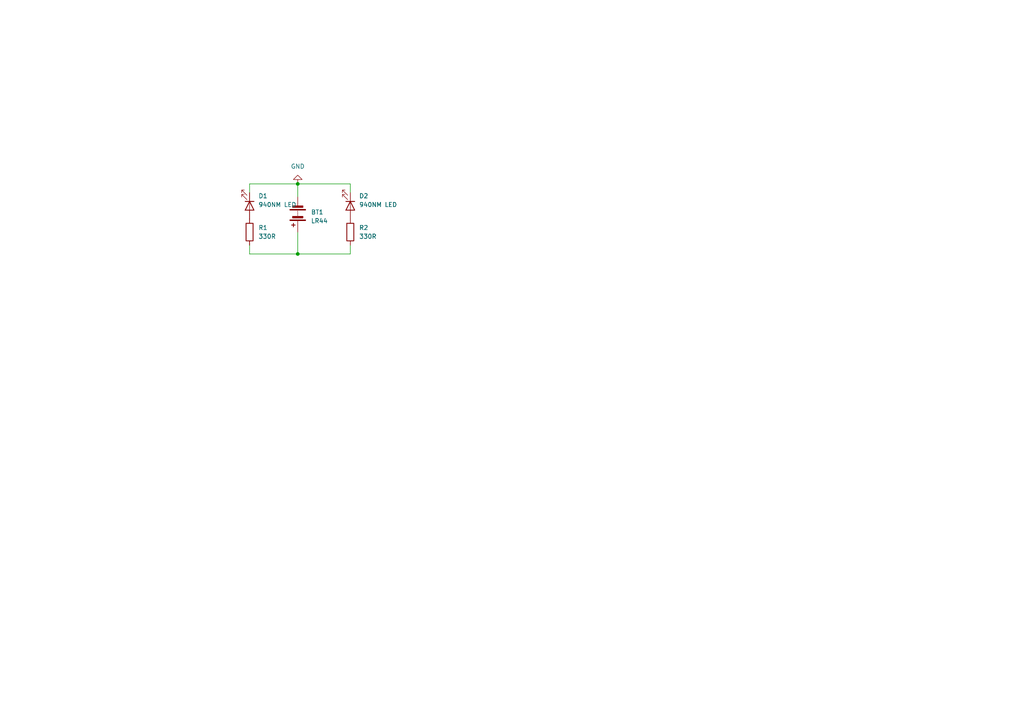
<source format=kicad_sch>
(kicad_sch
	(version 20231120)
	(generator "eeschema")
	(generator_version "8.0")
	(uuid "80db0ab2-cafe-41cc-b4e7-1509694cac8d")
	(paper "A4")
	(lib_symbols
		(symbol "Device:Battery"
			(pin_numbers hide)
			(pin_names
				(offset 0) hide)
			(exclude_from_sim no)
			(in_bom yes)
			(on_board yes)
			(property "Reference" "BT"
				(at 2.54 2.54 0)
				(effects
					(font
						(size 1.27 1.27)
					)
					(justify left)
				)
			)
			(property "Value" "Battery"
				(at 2.54 0 0)
				(effects
					(font
						(size 1.27 1.27)
					)
					(justify left)
				)
			)
			(property "Footprint" ""
				(at 0 1.524 90)
				(effects
					(font
						(size 1.27 1.27)
					)
					(hide yes)
				)
			)
			(property "Datasheet" "~"
				(at 0 1.524 90)
				(effects
					(font
						(size 1.27 1.27)
					)
					(hide yes)
				)
			)
			(property "Description" "Multiple-cell battery"
				(at 0 0 0)
				(effects
					(font
						(size 1.27 1.27)
					)
					(hide yes)
				)
			)
			(property "ki_keywords" "batt voltage-source cell"
				(at 0 0 0)
				(effects
					(font
						(size 1.27 1.27)
					)
					(hide yes)
				)
			)
			(symbol "Battery_0_1"
				(rectangle
					(start -2.286 -1.27)
					(end 2.286 -1.524)
					(stroke
						(width 0)
						(type default)
					)
					(fill
						(type outline)
					)
				)
				(rectangle
					(start -2.286 1.778)
					(end 2.286 1.524)
					(stroke
						(width 0)
						(type default)
					)
					(fill
						(type outline)
					)
				)
				(rectangle
					(start -1.524 -2.032)
					(end 1.524 -2.54)
					(stroke
						(width 0)
						(type default)
					)
					(fill
						(type outline)
					)
				)
				(rectangle
					(start -1.524 1.016)
					(end 1.524 0.508)
					(stroke
						(width 0)
						(type default)
					)
					(fill
						(type outline)
					)
				)
				(polyline
					(pts
						(xy 0 -1.016) (xy 0 -0.762)
					)
					(stroke
						(width 0)
						(type default)
					)
					(fill
						(type none)
					)
				)
				(polyline
					(pts
						(xy 0 -0.508) (xy 0 -0.254)
					)
					(stroke
						(width 0)
						(type default)
					)
					(fill
						(type none)
					)
				)
				(polyline
					(pts
						(xy 0 0) (xy 0 0.254)
					)
					(stroke
						(width 0)
						(type default)
					)
					(fill
						(type none)
					)
				)
				(polyline
					(pts
						(xy 0 1.778) (xy 0 2.54)
					)
					(stroke
						(width 0)
						(type default)
					)
					(fill
						(type none)
					)
				)
				(polyline
					(pts
						(xy 0.762 3.048) (xy 1.778 3.048)
					)
					(stroke
						(width 0.254)
						(type default)
					)
					(fill
						(type none)
					)
				)
				(polyline
					(pts
						(xy 1.27 3.556) (xy 1.27 2.54)
					)
					(stroke
						(width 0.254)
						(type default)
					)
					(fill
						(type none)
					)
				)
			)
			(symbol "Battery_1_1"
				(pin passive line
					(at 0 5.08 270)
					(length 2.54)
					(name "+"
						(effects
							(font
								(size 1.27 1.27)
							)
						)
					)
					(number "1"
						(effects
							(font
								(size 1.27 1.27)
							)
						)
					)
				)
				(pin passive line
					(at 0 -5.08 90)
					(length 2.54)
					(name "-"
						(effects
							(font
								(size 1.27 1.27)
							)
						)
					)
					(number "2"
						(effects
							(font
								(size 1.27 1.27)
							)
						)
					)
				)
			)
		)
		(symbol "Device:LED"
			(pin_numbers hide)
			(pin_names
				(offset 1.016) hide)
			(exclude_from_sim no)
			(in_bom yes)
			(on_board yes)
			(property "Reference" "D"
				(at 0 2.54 0)
				(effects
					(font
						(size 1.27 1.27)
					)
				)
			)
			(property "Value" "LED"
				(at 0 -2.54 0)
				(effects
					(font
						(size 1.27 1.27)
					)
				)
			)
			(property "Footprint" ""
				(at 0 0 0)
				(effects
					(font
						(size 1.27 1.27)
					)
					(hide yes)
				)
			)
			(property "Datasheet" "~"
				(at 0 0 0)
				(effects
					(font
						(size 1.27 1.27)
					)
					(hide yes)
				)
			)
			(property "Description" "Light emitting diode"
				(at 0 0 0)
				(effects
					(font
						(size 1.27 1.27)
					)
					(hide yes)
				)
			)
			(property "ki_keywords" "LED diode"
				(at 0 0 0)
				(effects
					(font
						(size 1.27 1.27)
					)
					(hide yes)
				)
			)
			(property "ki_fp_filters" "LED* LED_SMD:* LED_THT:*"
				(at 0 0 0)
				(effects
					(font
						(size 1.27 1.27)
					)
					(hide yes)
				)
			)
			(symbol "LED_0_1"
				(polyline
					(pts
						(xy -1.27 -1.27) (xy -1.27 1.27)
					)
					(stroke
						(width 0.254)
						(type default)
					)
					(fill
						(type none)
					)
				)
				(polyline
					(pts
						(xy -1.27 0) (xy 1.27 0)
					)
					(stroke
						(width 0)
						(type default)
					)
					(fill
						(type none)
					)
				)
				(polyline
					(pts
						(xy 1.27 -1.27) (xy 1.27 1.27) (xy -1.27 0) (xy 1.27 -1.27)
					)
					(stroke
						(width 0.254)
						(type default)
					)
					(fill
						(type none)
					)
				)
				(polyline
					(pts
						(xy -3.048 -0.762) (xy -4.572 -2.286) (xy -3.81 -2.286) (xy -4.572 -2.286) (xy -4.572 -1.524)
					)
					(stroke
						(width 0)
						(type default)
					)
					(fill
						(type none)
					)
				)
				(polyline
					(pts
						(xy -1.778 -0.762) (xy -3.302 -2.286) (xy -2.54 -2.286) (xy -3.302 -2.286) (xy -3.302 -1.524)
					)
					(stroke
						(width 0)
						(type default)
					)
					(fill
						(type none)
					)
				)
			)
			(symbol "LED_1_1"
				(pin passive line
					(at -3.81 0 0)
					(length 2.54)
					(name "K"
						(effects
							(font
								(size 1.27 1.27)
							)
						)
					)
					(number "1"
						(effects
							(font
								(size 1.27 1.27)
							)
						)
					)
				)
				(pin passive line
					(at 3.81 0 180)
					(length 2.54)
					(name "A"
						(effects
							(font
								(size 1.27 1.27)
							)
						)
					)
					(number "2"
						(effects
							(font
								(size 1.27 1.27)
							)
						)
					)
				)
			)
		)
		(symbol "Device:R"
			(pin_numbers hide)
			(pin_names
				(offset 0)
			)
			(exclude_from_sim no)
			(in_bom yes)
			(on_board yes)
			(property "Reference" "R"
				(at 2.032 0 90)
				(effects
					(font
						(size 1.27 1.27)
					)
				)
			)
			(property "Value" "R"
				(at 0 0 90)
				(effects
					(font
						(size 1.27 1.27)
					)
				)
			)
			(property "Footprint" ""
				(at -1.778 0 90)
				(effects
					(font
						(size 1.27 1.27)
					)
					(hide yes)
				)
			)
			(property "Datasheet" "~"
				(at 0 0 0)
				(effects
					(font
						(size 1.27 1.27)
					)
					(hide yes)
				)
			)
			(property "Description" "Resistor"
				(at 0 0 0)
				(effects
					(font
						(size 1.27 1.27)
					)
					(hide yes)
				)
			)
			(property "ki_keywords" "R res resistor"
				(at 0 0 0)
				(effects
					(font
						(size 1.27 1.27)
					)
					(hide yes)
				)
			)
			(property "ki_fp_filters" "R_*"
				(at 0 0 0)
				(effects
					(font
						(size 1.27 1.27)
					)
					(hide yes)
				)
			)
			(symbol "R_0_1"
				(rectangle
					(start -1.016 -2.54)
					(end 1.016 2.54)
					(stroke
						(width 0.254)
						(type default)
					)
					(fill
						(type none)
					)
				)
			)
			(symbol "R_1_1"
				(pin passive line
					(at 0 3.81 270)
					(length 1.27)
					(name "~"
						(effects
							(font
								(size 1.27 1.27)
							)
						)
					)
					(number "1"
						(effects
							(font
								(size 1.27 1.27)
							)
						)
					)
				)
				(pin passive line
					(at 0 -3.81 90)
					(length 1.27)
					(name "~"
						(effects
							(font
								(size 1.27 1.27)
							)
						)
					)
					(number "2"
						(effects
							(font
								(size 1.27 1.27)
							)
						)
					)
				)
			)
		)
		(symbol "power:GND"
			(power)
			(pin_numbers hide)
			(pin_names
				(offset 0) hide)
			(exclude_from_sim no)
			(in_bom yes)
			(on_board yes)
			(property "Reference" "#PWR"
				(at 0 -6.35 0)
				(effects
					(font
						(size 1.27 1.27)
					)
					(hide yes)
				)
			)
			(property "Value" "GND"
				(at 0 -3.81 0)
				(effects
					(font
						(size 1.27 1.27)
					)
				)
			)
			(property "Footprint" ""
				(at 0 0 0)
				(effects
					(font
						(size 1.27 1.27)
					)
					(hide yes)
				)
			)
			(property "Datasheet" ""
				(at 0 0 0)
				(effects
					(font
						(size 1.27 1.27)
					)
					(hide yes)
				)
			)
			(property "Description" "Power symbol creates a global label with name \"GND\" , ground"
				(at 0 0 0)
				(effects
					(font
						(size 1.27 1.27)
					)
					(hide yes)
				)
			)
			(property "ki_keywords" "global power"
				(at 0 0 0)
				(effects
					(font
						(size 1.27 1.27)
					)
					(hide yes)
				)
			)
			(symbol "GND_0_1"
				(polyline
					(pts
						(xy 0 0) (xy 0 -1.27) (xy 1.27 -1.27) (xy 0 -2.54) (xy -1.27 -1.27) (xy 0 -1.27)
					)
					(stroke
						(width 0)
						(type default)
					)
					(fill
						(type none)
					)
				)
			)
			(symbol "GND_1_1"
				(pin power_in line
					(at 0 0 270)
					(length 0)
					(name "~"
						(effects
							(font
								(size 1.27 1.27)
							)
						)
					)
					(number "1"
						(effects
							(font
								(size 1.27 1.27)
							)
						)
					)
				)
			)
		)
	)
	(junction
		(at 86.36 73.66)
		(diameter 0)
		(color 0 0 0 0)
		(uuid "0c4e46be-8876-4986-9a10-04e27ac7e4bf")
	)
	(junction
		(at 86.36 53.34)
		(diameter 0)
		(color 0 0 0 0)
		(uuid "73fcbe86-8017-4cba-bfa7-1dfbb3312196")
	)
	(wire
		(pts
			(xy 86.36 53.34) (xy 72.39 53.34)
		)
		(stroke
			(width 0)
			(type default)
		)
		(uuid "113ff525-af24-4299-bd51-dea9ce57d257")
	)
	(wire
		(pts
			(xy 86.36 73.66) (xy 101.6 73.66)
		)
		(stroke
			(width 0)
			(type default)
		)
		(uuid "596b8b58-4e31-4087-8345-e503eb17375d")
	)
	(wire
		(pts
			(xy 86.36 57.15) (xy 86.36 53.34)
		)
		(stroke
			(width 0)
			(type default)
		)
		(uuid "6aab25d9-c337-4622-9d11-17cc1e065c7b")
	)
	(wire
		(pts
			(xy 86.36 67.31) (xy 86.36 73.66)
		)
		(stroke
			(width 0)
			(type default)
		)
		(uuid "9643fb3f-652c-4c17-9754-5b81bcdffe79")
	)
	(wire
		(pts
			(xy 86.36 53.34) (xy 101.6 53.34)
		)
		(stroke
			(width 0)
			(type default)
		)
		(uuid "971d7140-5656-4874-be05-b26b730da857")
	)
	(wire
		(pts
			(xy 72.39 73.66) (xy 72.39 71.12)
		)
		(stroke
			(width 0)
			(type default)
		)
		(uuid "9995295e-1fc5-4b2f-99f0-1be61b34e881")
	)
	(wire
		(pts
			(xy 101.6 53.34) (xy 101.6 55.88)
		)
		(stroke
			(width 0)
			(type default)
		)
		(uuid "a303dca0-f9d3-4323-8b3a-8d6eaa6fa288")
	)
	(wire
		(pts
			(xy 86.36 73.66) (xy 72.39 73.66)
		)
		(stroke
			(width 0)
			(type default)
		)
		(uuid "ba482cc0-36b6-494d-9e40-67b3a439358c")
	)
	(wire
		(pts
			(xy 101.6 73.66) (xy 101.6 71.12)
		)
		(stroke
			(width 0)
			(type default)
		)
		(uuid "dcde242e-535f-4505-9014-c90e79072ad0")
	)
	(wire
		(pts
			(xy 72.39 53.34) (xy 72.39 55.88)
		)
		(stroke
			(width 0)
			(type default)
		)
		(uuid "eb83cfd3-d44f-4850-95fc-23a34695cd12")
	)
	(symbol
		(lib_id "Device:Battery")
		(at 86.36 62.23 180)
		(unit 1)
		(exclude_from_sim no)
		(in_bom yes)
		(on_board yes)
		(dnp no)
		(fields_autoplaced yes)
		(uuid "0e948d08-1645-48bd-b6d6-e5a0ec89d620")
		(property "Reference" "BT1"
			(at 90.17 61.5314 0)
			(effects
				(font
					(size 1.27 1.27)
				)
				(justify right)
			)
		)
		(property "Value" "LR44"
			(at 90.17 64.0714 0)
			(effects
				(font
					(size 1.27 1.27)
				)
				(justify right)
			)
		)
		(property "Footprint" "batt holder:batt holder"
			(at 86.36 63.754 90)
			(effects
				(font
					(size 1.27 1.27)
				)
				(hide yes)
			)
		)
		(property "Datasheet" "~"
			(at 86.36 63.754 90)
			(effects
				(font
					(size 1.27 1.27)
				)
				(hide yes)
			)
		)
		(property "Description" "Multiple-cell battery"
			(at 86.36 62.23 0)
			(effects
				(font
					(size 1.27 1.27)
				)
				(hide yes)
			)
		)
		(pin "1"
			(uuid "ce8b5ed0-2631-4b56-9d53-8588591ff370")
		)
		(pin "2"
			(uuid "1d7ad5fd-7975-4b1a-a9ca-5dc8f290cf7a")
		)
		(instances
			(project "putter"
				(path "/80db0ab2-cafe-41cc-b4e7-1509694cac8d"
					(reference "BT1")
					(unit 1)
				)
			)
		)
	)
	(symbol
		(lib_id "power:GND")
		(at 86.36 53.34 180)
		(unit 1)
		(exclude_from_sim no)
		(in_bom yes)
		(on_board yes)
		(dnp no)
		(fields_autoplaced yes)
		(uuid "2390f44f-3574-4d09-96e3-95eb0d1cbb9a")
		(property "Reference" "#PWR01"
			(at 86.36 46.99 0)
			(effects
				(font
					(size 1.27 1.27)
				)
				(hide yes)
			)
		)
		(property "Value" "GND"
			(at 86.36 48.26 0)
			(effects
				(font
					(size 1.27 1.27)
				)
			)
		)
		(property "Footprint" ""
			(at 86.36 53.34 0)
			(effects
				(font
					(size 1.27 1.27)
				)
				(hide yes)
			)
		)
		(property "Datasheet" ""
			(at 86.36 53.34 0)
			(effects
				(font
					(size 1.27 1.27)
				)
				(hide yes)
			)
		)
		(property "Description" "Power symbol creates a global label with name \"GND\" , ground"
			(at 86.36 53.34 0)
			(effects
				(font
					(size 1.27 1.27)
				)
				(hide yes)
			)
		)
		(pin "1"
			(uuid "7d07e1b1-7a3e-4ccb-bc05-02949f9241e0")
		)
		(instances
			(project "putter"
				(path "/80db0ab2-cafe-41cc-b4e7-1509694cac8d"
					(reference "#PWR01")
					(unit 1)
				)
			)
		)
	)
	(symbol
		(lib_id "Device:LED")
		(at 101.6 59.69 270)
		(unit 1)
		(exclude_from_sim no)
		(in_bom yes)
		(on_board yes)
		(dnp no)
		(fields_autoplaced yes)
		(uuid "4872f302-3dba-4a97-bd01-1d18e5815568")
		(property "Reference" "D2"
			(at 104.14 56.8324 90)
			(effects
				(font
					(size 1.27 1.27)
				)
				(justify left)
			)
		)
		(property "Value" "940NM LED"
			(at 104.14 59.3724 90)
			(effects
				(font
					(size 1.27 1.27)
				)
				(justify left)
			)
		)
		(property "Footprint" "LED_THT:LED_D5.0mm"
			(at 101.6 59.69 0)
			(effects
				(font
					(size 1.27 1.27)
				)
				(hide yes)
			)
		)
		(property "Datasheet" "~"
			(at 101.6 59.69 0)
			(effects
				(font
					(size 1.27 1.27)
				)
				(hide yes)
			)
		)
		(property "Description" "Light emitting diode"
			(at 101.6 59.69 0)
			(effects
				(font
					(size 1.27 1.27)
				)
				(hide yes)
			)
		)
		(pin "1"
			(uuid "b124f82a-336c-4b13-9f8e-dfbcb9e5dfc1")
		)
		(pin "2"
			(uuid "b6c92259-d6fd-4ec0-9be6-366ae01bf983")
		)
		(instances
			(project "putter"
				(path "/80db0ab2-cafe-41cc-b4e7-1509694cac8d"
					(reference "D2")
					(unit 1)
				)
			)
		)
	)
	(symbol
		(lib_id "Device:R")
		(at 101.6 67.31 0)
		(unit 1)
		(exclude_from_sim no)
		(in_bom yes)
		(on_board yes)
		(dnp no)
		(fields_autoplaced yes)
		(uuid "585d4e9f-69d9-40c8-a6d5-15623ada1bfa")
		(property "Reference" "R2"
			(at 104.14 66.0399 0)
			(effects
				(font
					(size 1.27 1.27)
				)
				(justify left)
			)
		)
		(property "Value" "330R"
			(at 104.14 68.5799 0)
			(effects
				(font
					(size 1.27 1.27)
				)
				(justify left)
			)
		)
		(property "Footprint" "Resistor_THT:R_Axial_DIN0207_L6.3mm_D2.5mm_P7.62mm_Horizontal"
			(at 99.822 67.31 90)
			(effects
				(font
					(size 1.27 1.27)
				)
				(hide yes)
			)
		)
		(property "Datasheet" "~"
			(at 101.6 67.31 0)
			(effects
				(font
					(size 1.27 1.27)
				)
				(hide yes)
			)
		)
		(property "Description" "Resistor"
			(at 101.6 67.31 0)
			(effects
				(font
					(size 1.27 1.27)
				)
				(hide yes)
			)
		)
		(pin "1"
			(uuid "c7964e89-3a9b-4b87-bc8f-52e9b6c0a8b9")
		)
		(pin "2"
			(uuid "8f7cbc39-30e9-4c48-97c3-b7d27ebb9ce8")
		)
		(instances
			(project "putter"
				(path "/80db0ab2-cafe-41cc-b4e7-1509694cac8d"
					(reference "R2")
					(unit 1)
				)
			)
		)
	)
	(symbol
		(lib_id "Device:R")
		(at 72.39 67.31 0)
		(unit 1)
		(exclude_from_sim no)
		(in_bom yes)
		(on_board yes)
		(dnp no)
		(fields_autoplaced yes)
		(uuid "7f1b28ba-cb02-4ebe-b77c-f10fc1613cac")
		(property "Reference" "R1"
			(at 74.93 66.0399 0)
			(effects
				(font
					(size 1.27 1.27)
				)
				(justify left)
			)
		)
		(property "Value" "330R"
			(at 74.93 68.5799 0)
			(effects
				(font
					(size 1.27 1.27)
				)
				(justify left)
			)
		)
		(property "Footprint" "Resistor_THT:R_Axial_DIN0207_L6.3mm_D2.5mm_P7.62mm_Horizontal"
			(at 70.612 67.31 90)
			(effects
				(font
					(size 1.27 1.27)
				)
				(hide yes)
			)
		)
		(property "Datasheet" "~"
			(at 72.39 67.31 0)
			(effects
				(font
					(size 1.27 1.27)
				)
				(hide yes)
			)
		)
		(property "Description" "Resistor"
			(at 72.39 67.31 0)
			(effects
				(font
					(size 1.27 1.27)
				)
				(hide yes)
			)
		)
		(pin "1"
			(uuid "32962d63-2def-4113-8f53-3e96a6bfcded")
		)
		(pin "2"
			(uuid "8a546594-0ae1-4894-9dcb-d97defdbab55")
		)
		(instances
			(project "putter"
				(path "/80db0ab2-cafe-41cc-b4e7-1509694cac8d"
					(reference "R1")
					(unit 1)
				)
			)
		)
	)
	(symbol
		(lib_id "Device:LED")
		(at 72.39 59.69 270)
		(unit 1)
		(exclude_from_sim no)
		(in_bom yes)
		(on_board yes)
		(dnp no)
		(fields_autoplaced yes)
		(uuid "b99c8359-5a3e-41be-af1b-1d6834372b0f")
		(property "Reference" "D1"
			(at 74.93 56.8324 90)
			(effects
				(font
					(size 1.27 1.27)
				)
				(justify left)
			)
		)
		(property "Value" "940NM LED"
			(at 74.93 59.3724 90)
			(effects
				(font
					(size 1.27 1.27)
				)
				(justify left)
			)
		)
		(property "Footprint" "LED_THT:LED_D5.0mm"
			(at 72.39 59.69 0)
			(effects
				(font
					(size 1.27 1.27)
				)
				(hide yes)
			)
		)
		(property "Datasheet" "~"
			(at 72.39 59.69 0)
			(effects
				(font
					(size 1.27 1.27)
				)
				(hide yes)
			)
		)
		(property "Description" "Light emitting diode"
			(at 72.39 59.69 0)
			(effects
				(font
					(size 1.27 1.27)
				)
				(hide yes)
			)
		)
		(pin "1"
			(uuid "d5f62536-877d-4cba-b143-dc7fc4631248")
		)
		(pin "2"
			(uuid "c722216c-af48-4d86-9a9d-6d62f9130851")
		)
		(instances
			(project "putter"
				(path "/80db0ab2-cafe-41cc-b4e7-1509694cac8d"
					(reference "D1")
					(unit 1)
				)
			)
		)
	)
	(sheet_instances
		(path "/"
			(page "1")
		)
	)
)
</source>
